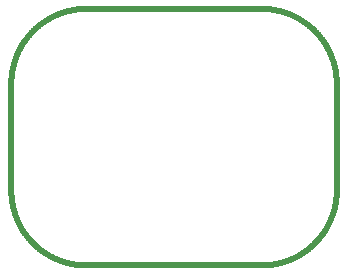
<source format=gbr>
G04 ( created by brdgerber.py ( brdgerber.py v0.1 2014-03-12 ) ) date 2020-09-29 22:27:35 EDT*
G04 Gerber Fmt 3.4, Leading zero omitted, Abs format*
%MOIN*%
%FSLAX34Y34*%
G01*
G70*
G90*
G04 APERTURE LIST*
%ADD11C,0.1500*%
%ADD18C,0.0600*%
%ADD12C,0.0000*%
%ADD19C,0.0024*%
%ADD16R,0.0629X0.0709*%
%ADD14C,0.0080*%
%ADD13R,0.0236X0.0866*%
%ADD15C,0.0050*%
%ADD10C,0.0200*%
%ADD17C,0.0060*%
G04 APERTURE END LIST*
G54D11*
D10*
G01X-28600Y08450D02*
G01X-28600Y08450D01*
G01X-28569Y08450D01*
G01X-28539Y08451D01*
G01X-28508Y08452D01*
G01X-28477Y08453D01*
G01X-28447Y08455D01*
G01X-28416Y08457D01*
G01X-28386Y08459D01*
G01X-28355Y08462D01*
G01X-28324Y08465D01*
G01X-28294Y08469D01*
G01X-28264Y08473D01*
G01X-28233Y08477D01*
G01X-28203Y08482D01*
G01X-28173Y08487D01*
G01X-28142Y08492D01*
G01X-28112Y08498D01*
G01X-28082Y08504D01*
G01X-28052Y08511D01*
G01X-28022Y08518D01*
G01X-27993Y08525D01*
G01X-27963Y08533D01*
G01X-27933Y08541D01*
G01X-27904Y08549D01*
G01X-27874Y08558D01*
G01X-27845Y08567D01*
G01X-27816Y08576D01*
G01X-27787Y08586D01*
G01X-27758Y08596D01*
G01X-27729Y08607D01*
G01X-27700Y08618D01*
G01X-27672Y08629D01*
G01X-27643Y08640D01*
G01X-27615Y08652D01*
G01X-27587Y08664D01*
G01X-27559Y08677D01*
G01X-27531Y08690D01*
G01X-27503Y08703D01*
G01X-27476Y08717D01*
G01X-27449Y08731D01*
G01X-27422Y08745D01*
G01X-27395Y08760D01*
G01X-27368Y08775D01*
G01X-27341Y08790D01*
G01X-27315Y08806D01*
G01X-27289Y08822D01*
G01X-27263Y08838D01*
G01X-27237Y08854D01*
G01X-27211Y08871D01*
G01X-27186Y08889D01*
G01X-27160Y08906D01*
G01X-27136Y08924D01*
G01X-27111Y08942D01*
G01X-27086Y08960D01*
G01X-27062Y08979D01*
G01X-27038Y08998D01*
G01X-27014Y09017D01*
G01X-26990Y09037D01*
G01X-26967Y09057D01*
G01X-26944Y09077D01*
G01X-26921Y09098D01*
G01X-26898Y09118D01*
G01X-26876Y09139D01*
G01X-26854Y09161D01*
G01X-26832Y09182D01*
G01X-26811Y09204D01*
G01X-26789Y09226D01*
G01X-26768Y09248D01*
G01X-26748Y09271D01*
G01X-26727Y09294D01*
G01X-26707Y09317D01*
G01X-26687Y09340D01*
G01X-26667Y09364D01*
G01X-26648Y09388D01*
G01X-26629Y09412D01*
G01X-26610Y09436D01*
G01X-26592Y09461D01*
G01X-26574Y09486D01*
G01X-26556Y09510D01*
G01X-26539Y09536D01*
G01X-26521Y09561D01*
G01X-26504Y09587D01*
G01X-26488Y09613D01*
G01X-26472Y09639D01*
G01X-26456Y09665D01*
G01X-26440Y09691D01*
G01X-26425Y09718D01*
G01X-26410Y09745D01*
G01X-26395Y09772D01*
G01X-26381Y09799D01*
G01X-26367Y09826D01*
G01X-26353Y09853D01*
G01X-26340Y09881D01*
G01X-26327Y09909D01*
G01X-26314Y09937D01*
G01X-26302Y09965D01*
G01X-26290Y09993D01*
G01X-26279Y10022D01*
G01X-26268Y10050D01*
G01X-26257Y10079D01*
G01X-26246Y10108D01*
G01X-26236Y10137D01*
G01X-26226Y10166D01*
G01X-26217Y10195D01*
G01X-26208Y10224D01*
G01X-26199Y10254D01*
G01X-26191Y10283D01*
G01X-26183Y10313D01*
G01X-26175Y10343D01*
G01X-26168Y10372D01*
G01X-26161Y10402D01*
G01X-26154Y10432D01*
G01X-26148Y10462D01*
G01X-26142Y10492D01*
G01X-26137Y10523D01*
G01X-26132Y10553D01*
G01X-26127Y10583D01*
G01X-26123Y10614D01*
G01X-26119Y10644D01*
G01X-26115Y10674D01*
G01X-26112Y10705D01*
G01X-26109Y10736D01*
G01X-26107Y10766D01*
G01X-26105Y10797D01*
G01X-26103Y10827D01*
G01X-26102Y10858D01*
G01X-26101Y10889D01*
G01X-26100Y10919D01*
G01X-26100Y10950D01*
D10*
G01X-26100Y14500D02*
G01X-26100Y14500D01*
G01X-26100Y14531D01*
G01X-26101Y14561D01*
G01X-26102Y14592D01*
G01X-26103Y14623D01*
G01X-26105Y14653D01*
G01X-26107Y14684D01*
G01X-26109Y14714D01*
G01X-26112Y14745D01*
G01X-26115Y14776D01*
G01X-26119Y14806D01*
G01X-26123Y14836D01*
G01X-26127Y14867D01*
G01X-26132Y14897D01*
G01X-26137Y14927D01*
G01X-26142Y14958D01*
G01X-26148Y14988D01*
G01X-26154Y15018D01*
G01X-26161Y15048D01*
G01X-26168Y15078D01*
G01X-26175Y15107D01*
G01X-26183Y15137D01*
G01X-26191Y15167D01*
G01X-26199Y15196D01*
G01X-26208Y15226D01*
G01X-26217Y15255D01*
G01X-26226Y15284D01*
G01X-26236Y15313D01*
G01X-26246Y15342D01*
G01X-26257Y15371D01*
G01X-26268Y15400D01*
G01X-26279Y15428D01*
G01X-26290Y15457D01*
G01X-26302Y15485D01*
G01X-26314Y15513D01*
G01X-26327Y15541D01*
G01X-26340Y15569D01*
G01X-26353Y15597D01*
G01X-26367Y15624D01*
G01X-26381Y15651D01*
G01X-26395Y15678D01*
G01X-26410Y15705D01*
G01X-26425Y15732D01*
G01X-26440Y15759D01*
G01X-26456Y15785D01*
G01X-26472Y15811D01*
G01X-26488Y15837D01*
G01X-26504Y15863D01*
G01X-26521Y15889D01*
G01X-26539Y15914D01*
G01X-26556Y15940D01*
G01X-26574Y15964D01*
G01X-26592Y15989D01*
G01X-26610Y16014D01*
G01X-26629Y16038D01*
G01X-26648Y16062D01*
G01X-26667Y16086D01*
G01X-26687Y16110D01*
G01X-26707Y16133D01*
G01X-26727Y16156D01*
G01X-26748Y16179D01*
G01X-26768Y16202D01*
G01X-26789Y16224D01*
G01X-26811Y16246D01*
G01X-26832Y16268D01*
G01X-26854Y16289D01*
G01X-26876Y16311D01*
G01X-26898Y16332D01*
G01X-26921Y16352D01*
G01X-26944Y16373D01*
G01X-26967Y16393D01*
G01X-26990Y16413D01*
G01X-27014Y16433D01*
G01X-27038Y16452D01*
G01X-27062Y16471D01*
G01X-27086Y16490D01*
G01X-27111Y16508D01*
G01X-27136Y16526D01*
G01X-27160Y16544D01*
G01X-27186Y16561D01*
G01X-27211Y16579D01*
G01X-27237Y16596D01*
G01X-27263Y16612D01*
G01X-27289Y16628D01*
G01X-27315Y16644D01*
G01X-27341Y16660D01*
G01X-27368Y16675D01*
G01X-27395Y16690D01*
G01X-27422Y16705D01*
G01X-27449Y16719D01*
G01X-27476Y16733D01*
G01X-27503Y16747D01*
G01X-27531Y16760D01*
G01X-27559Y16773D01*
G01X-27587Y16786D01*
G01X-27615Y16798D01*
G01X-27643Y16810D01*
G01X-27672Y16821D01*
G01X-27700Y16832D01*
G01X-27729Y16843D01*
G01X-27758Y16854D01*
G01X-27787Y16864D01*
G01X-27816Y16874D01*
G01X-27845Y16883D01*
G01X-27874Y16892D01*
G01X-27904Y16901D01*
G01X-27933Y16909D01*
G01X-27963Y16917D01*
G01X-27993Y16925D01*
G01X-28022Y16932D01*
G01X-28052Y16939D01*
G01X-28082Y16946D01*
G01X-28112Y16952D01*
G01X-28142Y16958D01*
G01X-28173Y16963D01*
G01X-28203Y16968D01*
G01X-28233Y16973D01*
G01X-28264Y16977D01*
G01X-28294Y16981D01*
G01X-28324Y16985D01*
G01X-28355Y16988D01*
G01X-28386Y16991D01*
G01X-28416Y16993D01*
G01X-28447Y16995D01*
G01X-28477Y16997D01*
G01X-28508Y16998D01*
G01X-28539Y16999D01*
G01X-28569Y17000D01*
G01X-28600Y17000D01*
D10*
G01X-26100Y14500D02*
G01X-26100Y10950D01*
D10*
G01X-32950Y08450D02*
G01X-28600Y08450D01*
D10*
G01X-32950Y17000D02*
G01X-28600Y17000D01*
D10*
G01X-34450Y17000D02*
G01X-34450Y17000D01*
G01X-34481Y17000D01*
G01X-34511Y16999D01*
G01X-34542Y16998D01*
G01X-34573Y16997D01*
G01X-34603Y16995D01*
G01X-34634Y16993D01*
G01X-34664Y16991D01*
G01X-34695Y16988D01*
G01X-34726Y16985D01*
G01X-34756Y16981D01*
G01X-34786Y16977D01*
G01X-34817Y16973D01*
G01X-34847Y16968D01*
G01X-34877Y16963D01*
G01X-34908Y16958D01*
G01X-34938Y16952D01*
G01X-34968Y16946D01*
G01X-34998Y16939D01*
G01X-35028Y16932D01*
G01X-35057Y16925D01*
G01X-35087Y16917D01*
G01X-35117Y16909D01*
G01X-35146Y16901D01*
G01X-35176Y16892D01*
G01X-35205Y16883D01*
G01X-35234Y16874D01*
G01X-35263Y16864D01*
G01X-35292Y16854D01*
G01X-35321Y16843D01*
G01X-35350Y16832D01*
G01X-35378Y16821D01*
G01X-35407Y16810D01*
G01X-35435Y16798D01*
G01X-35463Y16786D01*
G01X-35491Y16773D01*
G01X-35519Y16760D01*
G01X-35547Y16747D01*
G01X-35574Y16733D01*
G01X-35601Y16719D01*
G01X-35628Y16705D01*
G01X-35655Y16690D01*
G01X-35682Y16675D01*
G01X-35709Y16660D01*
G01X-35735Y16644D01*
G01X-35761Y16628D01*
G01X-35787Y16612D01*
G01X-35813Y16596D01*
G01X-35839Y16579D01*
G01X-35864Y16561D01*
G01X-35890Y16544D01*
G01X-35914Y16526D01*
G01X-35939Y16508D01*
G01X-35964Y16490D01*
G01X-35988Y16471D01*
G01X-36012Y16452D01*
G01X-36036Y16433D01*
G01X-36060Y16413D01*
G01X-36083Y16393D01*
G01X-36106Y16373D01*
G01X-36129Y16352D01*
G01X-36152Y16332D01*
G01X-36174Y16311D01*
G01X-36196Y16289D01*
G01X-36218Y16268D01*
G01X-36239Y16246D01*
G01X-36261Y16224D01*
G01X-36282Y16202D01*
G01X-36302Y16179D01*
G01X-36323Y16156D01*
G01X-36343Y16133D01*
G01X-36363Y16110D01*
G01X-36383Y16086D01*
G01X-36402Y16062D01*
G01X-36421Y16038D01*
G01X-36440Y16014D01*
G01X-36458Y15989D01*
G01X-36476Y15964D01*
G01X-36494Y15940D01*
G01X-36511Y15914D01*
G01X-36529Y15889D01*
G01X-36546Y15863D01*
G01X-36562Y15837D01*
G01X-36578Y15811D01*
G01X-36594Y15785D01*
G01X-36610Y15759D01*
G01X-36625Y15732D01*
G01X-36640Y15705D01*
G01X-36655Y15678D01*
G01X-36669Y15651D01*
G01X-36683Y15624D01*
G01X-36697Y15597D01*
G01X-36710Y15569D01*
G01X-36723Y15541D01*
G01X-36736Y15513D01*
G01X-36748Y15485D01*
G01X-36760Y15457D01*
G01X-36771Y15428D01*
G01X-36782Y15400D01*
G01X-36793Y15371D01*
G01X-36804Y15342D01*
G01X-36814Y15313D01*
G01X-36824Y15284D01*
G01X-36833Y15255D01*
G01X-36842Y15226D01*
G01X-36851Y15196D01*
G01X-36859Y15167D01*
G01X-36867Y15137D01*
G01X-36875Y15107D01*
G01X-36882Y15078D01*
G01X-36889Y15048D01*
G01X-36896Y15018D01*
G01X-36902Y14988D01*
G01X-36908Y14958D01*
G01X-36913Y14927D01*
G01X-36918Y14897D01*
G01X-36923Y14867D01*
G01X-36927Y14836D01*
G01X-36931Y14806D01*
G01X-36935Y14776D01*
G01X-36938Y14745D01*
G01X-36941Y14714D01*
G01X-36943Y14684D01*
G01X-36945Y14653D01*
G01X-36947Y14623D01*
G01X-36948Y14592D01*
G01X-36949Y14561D01*
G01X-36950Y14531D01*
G01X-36950Y14500D01*
D10*
G01X-36950Y10950D02*
G01X-36950Y10950D01*
G01X-36950Y10919D01*
G01X-36949Y10889D01*
G01X-36948Y10858D01*
G01X-36947Y10827D01*
G01X-36945Y10797D01*
G01X-36943Y10766D01*
G01X-36941Y10736D01*
G01X-36938Y10705D01*
G01X-36935Y10674D01*
G01X-36931Y10644D01*
G01X-36927Y10614D01*
G01X-36923Y10583D01*
G01X-36918Y10553D01*
G01X-36913Y10523D01*
G01X-36908Y10492D01*
G01X-36902Y10462D01*
G01X-36896Y10432D01*
G01X-36889Y10402D01*
G01X-36882Y10372D01*
G01X-36875Y10343D01*
G01X-36867Y10313D01*
G01X-36859Y10283D01*
G01X-36851Y10254D01*
G01X-36842Y10224D01*
G01X-36833Y10195D01*
G01X-36824Y10166D01*
G01X-36814Y10137D01*
G01X-36804Y10108D01*
G01X-36793Y10079D01*
G01X-36782Y10050D01*
G01X-36771Y10022D01*
G01X-36760Y09993D01*
G01X-36748Y09965D01*
G01X-36736Y09937D01*
G01X-36723Y09909D01*
G01X-36710Y09881D01*
G01X-36697Y09853D01*
G01X-36683Y09826D01*
G01X-36669Y09799D01*
G01X-36655Y09772D01*
G01X-36640Y09745D01*
G01X-36625Y09718D01*
G01X-36610Y09691D01*
G01X-36594Y09665D01*
G01X-36578Y09639D01*
G01X-36562Y09613D01*
G01X-36546Y09587D01*
G01X-36529Y09561D01*
G01X-36511Y09536D01*
G01X-36494Y09510D01*
G01X-36476Y09486D01*
G01X-36458Y09461D01*
G01X-36440Y09436D01*
G01X-36421Y09412D01*
G01X-36402Y09388D01*
G01X-36383Y09364D01*
G01X-36363Y09340D01*
G01X-36343Y09317D01*
G01X-36323Y09294D01*
G01X-36302Y09271D01*
G01X-36282Y09248D01*
G01X-36261Y09226D01*
G01X-36239Y09204D01*
G01X-36218Y09182D01*
G01X-36196Y09161D01*
G01X-36174Y09139D01*
G01X-36152Y09118D01*
G01X-36129Y09098D01*
G01X-36106Y09077D01*
G01X-36083Y09057D01*
G01X-36060Y09037D01*
G01X-36036Y09017D01*
G01X-36012Y08998D01*
G01X-35988Y08979D01*
G01X-35964Y08960D01*
G01X-35939Y08942D01*
G01X-35914Y08924D01*
G01X-35890Y08906D01*
G01X-35864Y08889D01*
G01X-35839Y08871D01*
G01X-35813Y08854D01*
G01X-35787Y08838D01*
G01X-35761Y08822D01*
G01X-35735Y08806D01*
G01X-35709Y08790D01*
G01X-35682Y08775D01*
G01X-35655Y08760D01*
G01X-35628Y08745D01*
G01X-35601Y08731D01*
G01X-35574Y08717D01*
G01X-35547Y08703D01*
G01X-35519Y08690D01*
G01X-35491Y08677D01*
G01X-35463Y08664D01*
G01X-35435Y08652D01*
G01X-35407Y08640D01*
G01X-35378Y08629D01*
G01X-35350Y08618D01*
G01X-35321Y08607D01*
G01X-35292Y08596D01*
G01X-35263Y08586D01*
G01X-35234Y08576D01*
G01X-35205Y08567D01*
G01X-35176Y08558D01*
G01X-35146Y08549D01*
G01X-35117Y08541D01*
G01X-35087Y08533D01*
G01X-35057Y08525D01*
G01X-35028Y08518D01*
G01X-34998Y08511D01*
G01X-34968Y08504D01*
G01X-34938Y08498D01*
G01X-34908Y08492D01*
G01X-34877Y08487D01*
G01X-34847Y08482D01*
G01X-34817Y08477D01*
G01X-34786Y08473D01*
G01X-34756Y08469D01*
G01X-34726Y08465D01*
G01X-34695Y08462D01*
G01X-34664Y08459D01*
G01X-34634Y08457D01*
G01X-34603Y08455D01*
G01X-34573Y08453D01*
G01X-34542Y08452D01*
G01X-34511Y08451D01*
G01X-34481Y08450D01*
G01X-34450Y08450D01*
D10*
G01X-32950Y17000D02*
G01X-34500Y17000D01*
D10*
G01X-36950Y14500D02*
G01X-36950Y10950D01*
D10*
G01X-32950Y08450D02*
G01X-34450Y08450D01*
M02*

</source>
